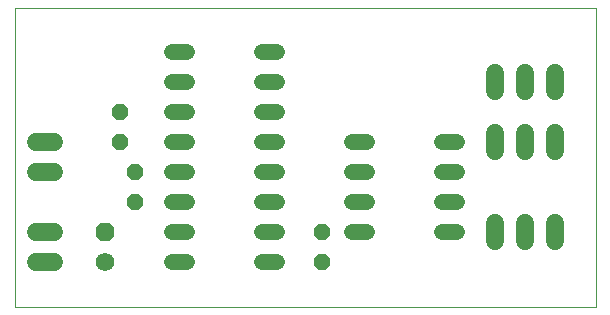
<source format=gtl>
G75*
G70*
%OFA0B0*%
%FSLAX24Y24*%
%IPPOS*%
%LPD*%
%AMOC8*
5,1,8,0,0,1.08239X$1,22.5*
%
%ADD10C,0.0000*%
%ADD11C,0.0600*%
%ADD12C,0.0520*%
%ADD13OC8,0.0520*%
%ADD14OC8,0.0620*%
%ADD15C,0.0620*%
D10*
X000180Y000180D02*
X000180Y010176D01*
X019550Y010176D01*
X019550Y000180D01*
X000180Y000180D01*
D11*
X000880Y001680D02*
X001480Y001680D01*
X001480Y002680D02*
X000880Y002680D01*
X000880Y004680D02*
X001480Y004680D01*
X001480Y005680D02*
X000880Y005680D01*
X016180Y005380D02*
X016180Y005980D01*
X017180Y005980D02*
X017180Y005380D01*
X018180Y005380D02*
X018180Y005980D01*
X018180Y007380D02*
X018180Y007980D01*
X017180Y007980D02*
X017180Y007380D01*
X016180Y007380D02*
X016180Y007980D01*
X016180Y002980D02*
X016180Y002380D01*
X017180Y002380D02*
X017180Y002980D01*
X018180Y002980D02*
X018180Y002380D01*
D12*
X014940Y002680D02*
X014420Y002680D01*
X014420Y003680D02*
X014940Y003680D01*
X014940Y004680D02*
X014420Y004680D01*
X014420Y005680D02*
X014940Y005680D01*
X011940Y005680D02*
X011420Y005680D01*
X011420Y004680D02*
X011940Y004680D01*
X011940Y003680D02*
X011420Y003680D01*
X011420Y002680D02*
X011940Y002680D01*
X008940Y002680D02*
X008420Y002680D01*
X008420Y001680D02*
X008940Y001680D01*
X005940Y001680D02*
X005420Y001680D01*
X005420Y002680D02*
X005940Y002680D01*
X005940Y003680D02*
X005420Y003680D01*
X005420Y004680D02*
X005940Y004680D01*
X005940Y005680D02*
X005420Y005680D01*
X005420Y006680D02*
X005940Y006680D01*
X005940Y007680D02*
X005420Y007680D01*
X005420Y008680D02*
X005940Y008680D01*
X008420Y008680D02*
X008940Y008680D01*
X008940Y007680D02*
X008420Y007680D01*
X008420Y006680D02*
X008940Y006680D01*
X008940Y005680D02*
X008420Y005680D01*
X008420Y004680D02*
X008940Y004680D01*
X008940Y003680D02*
X008420Y003680D01*
D13*
X010430Y002680D03*
X010430Y001680D03*
X004180Y003680D03*
X004180Y004680D03*
X003680Y005680D03*
X003680Y006680D03*
D14*
X003180Y002680D03*
D15*
X003180Y001680D03*
M02*

</source>
